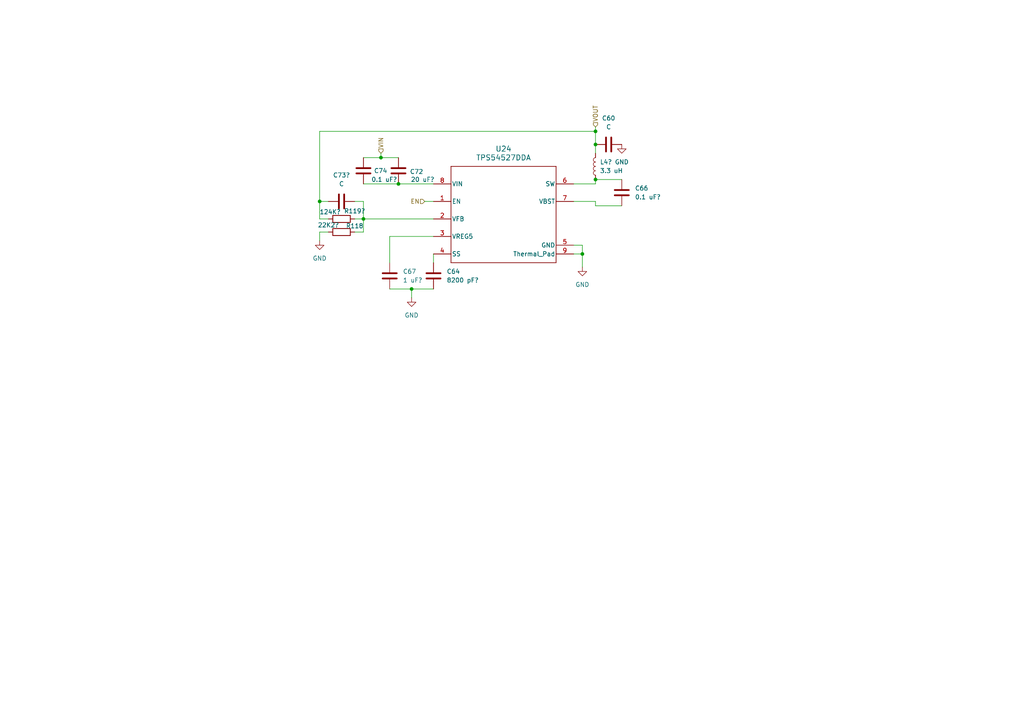
<source format=kicad_sch>
(kicad_sch (version 20250114) (generator "eeschema") (generator_version "9.0")
  (paper "A4")
  (lib_symbols
    (symbol "Device:C" (pin_numbers (hide yes)) (pin_names (offset 0.254))
      (property "Reference" "C" (at 0.635 2.54 0))
      (property "Value" "C" (at 0.635 -2.54 0))
      (symbol "C_0_1"
        (polyline (pts (xy -2.032 0.762) (xy 2.032 0.762)) (stroke (width 0.508)))
        (polyline (pts (xy -2.032 -0.762) (xy 2.032 -0.762)) (stroke (width 0.508)))
      )
      (symbol "C_1_1"
        (pin passive line (at 0 3.81 270) (length 2.794) (name "~") (number "1"))
        (pin passive line (at 0 -3.81 90) (length 2.794) (name "~") (number "2"))
      )
    )
    (symbol "Device:L" (pin_numbers (hide yes)) (pin_names (offset 1.016) (hide yes))
      (property "Reference" "L" (at -1.27 0 90))
      (property "Value" "L" (at 1.905 0 90))
      (symbol "L_0_1"
        (arc (start 0 2.54) (mid 0.6323 1.905) (end 0 1.27))
        (arc (start 0 1.27) (mid 0.6323 0.635) (end 0 0))
        (arc (start 0 0) (mid 0.6323 -0.635) (end 0 -1.27))
        (arc (start 0 -1.27) (mid 0.6323 -1.905) (end 0 -2.54))
      )
      (symbol "L_1_1"
        (pin passive line (at 0 3.81 270) (length 1.27) (name "1") (number "1"))
        (pin passive line (at 0 -3.81 90) (length 1.27) (name "2") (number "2"))
      )
    )
    (symbol "Device:R" (pin_numbers (hide yes)) (pin_names (offset 0))
      (property "Reference" "R" (at 2.032 0 90))
      (property "Value" "R" (at 0 0 90))
      (symbol "R_0_1"
        (rectangle (start -1.016 -2.54) (end 1.016 2.54) (stroke (width 0.254)))
      )
      (symbol "R_1_1"
        (pin passive line (at 0 3.81 270) (length 1.27) (name "~") (number "1"))
        (pin passive line (at 0 -3.81 90) (length 1.27) (name "~") (number "2"))
      )
    )
    (symbol "TPS54527:TPS54527DDA" (pin_names (offset 0.254))
      (property "Reference" "U" (at 0 2.54 0))
      (property "Value" "TPS54527DDA" (at 0 0 0))
      (symbol "TPS54527DDA_0_1"
        (polyline (pts (xy 5.08 5.08) (xy 5.08 -22.86)) (stroke (width 0.2032)))
        (polyline (pts (xy 5.08 -22.86) (xy 35.56 -22.86)) (stroke (width 0.2032)))
        (polyline (pts (xy 35.56 5.08) (xy 5.08 5.08)) (stroke (width 0.2032)))
        (polyline (pts (xy 35.56 -22.86) (xy 35.56 5.08)) (stroke (width 0.2032)))
        (pin power_in line (at 0 0 0) (length 5.08) (name "VIN") (number "8"))
        (pin input line (at 0 -5.08 0) (length 5.08) (name "EN") (number "1"))
        (pin input line (at 0 -10.16 0) (length 5.08) (name "VFB") (number "2"))
        (pin output line (at 0 -15.24 0) (length 5.08) (name "VREG5") (number "3"))
        (pin input line (at 0 -20.32 0) (length 5.08) (name "SS") (number "4"))
        (pin output line (at 40.64 0 180) (length 5.08) (name "SW") (number "6"))
        (pin output line (at 40.64 -5.08 180) (length 5.08) (name "VBST") (number "7"))
        (pin power_in line (at 40.64 -17.78 180) (length 5.08) (name "GND") (number "5"))
        (pin power_in line (at 40.64 -20.32 180) (length 5.08) (name "Thermal_Pad") (number "9"))
      )
    )
    (symbol "power:GND" (power) (pin_numbers (hide yes)) (pin_names (offset 0) (hide yes))
      (property "Value" "GND" (at 0 -3.81 0))
      (symbol "GND_0_1"
        (polyline (pts (xy 0 0) (xy 0 -1.27) (xy 1.27 -1.27) (xy 0 -2.54) (xy -1.27 -1.27) (xy 0 -1.27)))
      )
      (symbol "GND_1_1"
        (pin power_in line (at 0 0 270) (length 0) (name "~") (number "1"))
      )
    )
  )
  (junction (at 105.41 63.5))
  (junction (at 92.71 58.42))
  (junction (at 119.38 83.82))
  (junction (at 172.72 38.1))
  (junction (at 172.72 41.91))
  (junction (at 115.57 53.34))
  (junction (at 172.72 52.07))
  (junction (at 168.91 73.66))
  (junction (at 110.49 45.72))
  (wire (pts (xy 92.71 67.31) (xy 95.25 67.31)))
  (wire (pts (xy 105.41 53.34) (xy 115.57 53.34)))
  (wire (pts (xy 172.72 59.69) (xy 180.34 59.69)))
  (wire (pts (xy 95.25 63.5) (xy 92.71 63.5)))
  (wire (pts (xy 105.41 63.5) (xy 105.41 67.31)))
  (wire (pts (xy 113.03 68.58) (xy 113.03 76.2)))
  (wire (pts (xy 102.87 67.31) (xy 105.41 67.31)))
  (wire (pts (xy 102.87 58.42) (xy 105.41 58.42)))
  (wire (pts (xy 92.71 58.42) (xy 92.71 38.1)))
  (wire (pts (xy 92.71 38.1) (xy 172.72 38.1)))
  (wire (pts (xy 92.71 58.42) (xy 95.25 58.42)))
  (wire (pts (xy 168.91 73.66) (xy 168.91 77.47)))
  (wire (pts (xy 168.91 71.12) (xy 168.91 73.66)))
  (wire (pts (xy 102.87 63.5) (xy 105.41 63.5)))
  (wire (pts (xy 105.41 45.72) (xy 110.49 45.72)))
  (wire (pts (xy 172.72 41.91) (xy 172.72 44.45)))
  (wire (pts (xy 172.72 41.91) (xy 172.72 38.1)))
  (wire (pts (xy 172.72 52.07) (xy 180.34 52.07)))
  (wire (pts (xy 166.37 58.42) (xy 172.72 58.42)))
  (wire (pts (xy 113.03 83.82) (xy 119.38 83.82)))
  (wire (pts (xy 123.19 58.42) (xy 125.73 58.42)))
  (wire (pts (xy 172.72 53.34) (xy 172.72 52.07)))
  (wire (pts (xy 166.37 71.12) (xy 168.91 71.12)))
  (wire (pts (xy 110.49 45.72) (xy 115.57 45.72)))
  (wire (pts (xy 119.38 83.82) (xy 119.38 86.36)))
  (wire (pts (xy 119.38 83.82) (xy 125.73 83.82)))
  (wire (pts (xy 172.72 38.1) (xy 172.72 36.83)))
  (wire (pts (xy 166.37 53.34) (xy 172.72 53.34)))
  (wire (pts (xy 172.72 58.42) (xy 172.72 59.69)))
  (wire (pts (xy 115.57 53.34) (xy 125.73 53.34)))
  (wire (pts (xy 110.49 44.45) (xy 110.49 45.72)))
  (wire (pts (xy 92.71 63.5) (xy 92.71 58.42)))
  (wire (pts (xy 166.37 73.66) (xy 168.91 73.66)))
  (wire (pts (xy 125.73 73.66) (xy 125.73 76.2)))
  (wire (pts (xy 125.73 68.58) (xy 113.03 68.58)))
  (wire (pts (xy 105.41 63.5) (xy 125.73 63.5)))
  (wire (pts (xy 92.71 67.31) (xy 92.71 69.85)))
  (wire (pts (xy 105.41 58.42) (xy 105.41 63.5)))
  (hierarchical_label "EN" (shape input) (at 123.19 58.42 180))
  (hierarchical_label "VOUT" (shape input) (at 172.72 36.83 90))
  (hierarchical_label "VIN" (shape input) (at 110.49 44.45 90))
  (symbol (lib_id "power:GND") (at 168.91 77.47 0) (unit 1)
    (property "Reference" "#PWR0169" (effects (hide yes)))
    (property "Value" "GND" (at 168.91 82.55 0))
    (property "Description" "Power symbol creates a global label with name \"GND\" , ground" (effects (hide yes)))
  )
  (symbol (lib_id "Device:C") (at 180.34 55.88 0) (unit 1)
    (property "Reference" "C66" (at 184.15 54.6099 0) (effects (justify left)))
    (property "Value" "0.1 uF?" (at 184.15 57.1499 0) (effects (justify left)))
    (property "Description" "Unpolarized capacitor" (effects (hide yes)))
  )
  (symbol (lib_id "Device:C") (at 99.06 58.42 90) (unit 1)
    (property "Reference" "C73?" (at 99.06 50.8 90))
    (property "Value" "C" (at 99.06 53.34 90))
    (property "Description" "Unpolarized capacitor" (effects (hide yes)))
  )
  (symbol (lib_id "Device:C") (at 113.03 80.01 0) (unit 1)
    (property "Reference" "C67" (at 116.84 78.7399 0) (effects (justify left)))
    (property "Value" "1 uF?" (at 116.84 81.2799 0) (effects (justify left)))
    (property "Description" "Unpolarized capacitor" (effects (hide yes)))
  )
  (symbol (lib_id "Device:C") (at 176.53 41.91 90) (unit 1)
    (property "Reference" "C60" (at 176.53 34.29 90))
    (property "Value" "C" (at 176.53 36.83 90))
    (property "Description" "Unpolarized capacitor" (effects (hide yes)))
  )
  (symbol (lib_id "TPS54527:TPS54527DDA") (at 125.73 53.34 0) (unit 1)
    (property "Reference" "U24" (at 146.05 43.18 0) (effects (font (size 1.524 1.524))))
    (property "Value" "TPS54527DDA" (at 146.05 45.72 0) (effects (font (size 1.524 1.524))))
    (property "Footprint" "DDA0008E-IPC_A" (effects (hide yes)))
    (property "Datasheet" "TPS54527DDA" (effects (hide yes)))
  )
  (symbol (lib_id "power:GND") (at 180.34 41.91 0) (unit 1)
    (property "Reference" "#PWR0170" (effects (hide yes)))
    (property "Value" "GND" (at 180.34 46.99 0))
    (property "Description" "Power symbol creates a global label with name \"GND\" , ground" (effects (hide yes)))
  )
  (symbol (lib_id "power:GND") (at 92.71 69.85 0) (unit 1)
    (property "Reference" "#PWR0167" (effects (hide yes)))
    (property "Value" "GND" (at 92.71 74.93 0))
    (property "Description" "Power symbol creates a global label with name \"GND\" , ground" (effects (hide yes)))
  )
  (symbol (lib_id "Device:C") (at 105.41 49.53 0) (unit 1)
    (property "Reference" "C74" (at 108.458 49.53 0) (effects (justify left)))
    (property "Value" "0.1 uF?" (at 107.696 52.07 0) (effects (justify left)))
    (property "Description" "Unpolarized capacitor" (effects (hide yes)))
  )
  (symbol (lib_id "power:GND") (at 119.38 86.36 0) (unit 1)
    (property "Reference" "#PWR0168" (effects (hide yes)))
    (property "Value" "GND" (at 119.38 91.44 0))
    (property "Description" "Power symbol creates a global label with name \"GND\" , ground" (effects (hide yes)))
  )
  (symbol (lib_id "Device:R") (at 99.06 63.5 270) (unit 1)
    (property "Reference" "R119?" (at 102.87 61.214 90))
    (property "Value" "124K?" (at 95.758 61.468 90))
    (property "Description" "Resistor" (effects (hide yes)))
  )
  (symbol (lib_id "Device:L") (at 172.72 48.26 180) (unit 1)
    (property "Reference" "L4?" (at 173.99 46.9899 0) (effects (justify right)))
    (property "Value" "3.3 uH" (at 173.99 49.5299 0) (effects (justify right)))
    (property "Description" "Inductor" (effects (hide yes)))
  )
  (symbol (lib_id "Device:C") (at 125.73 80.01 0) (unit 1)
    (property "Reference" "C64" (at 129.54 78.7399 0) (effects (justify left)))
    (property "Value" "8200 pF?" (at 129.54 81.2799 0) (effects (justify left)))
    (property "Description" "Unpolarized capacitor" (effects (hide yes)))
  )
  (symbol (lib_id "Device:R") (at 99.06 67.31 270) (unit 1)
    (property "Reference" "R118" (at 102.87 65.532 90))
    (property "Value" "22K2?" (at 95.25 65.278 90))
    (property "Description" "Resistor" (effects (hide yes)))
  )
  (symbol (lib_id "Device:C") (at 115.57 49.53 0) (unit 1)
    (property "Reference" "C72" (at 118.872 49.784 0) (effects (justify left)))
    (property "Value" "20 uF?" (at 119.126 52.07 0) (effects (justify left)))
    (property "Description" "Unpolarized capacitor" (effects (hide yes)))
  )
)
</source>
